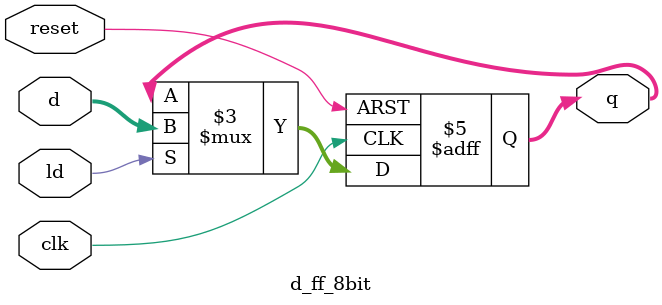
<source format=v>
`timescale 1ns / 1ps
module d_ff_8bit(clk, reset, d, ld, q);
    input clk, reset, ld;
    input [7:0] d;
    output reg [7:0] q;
    
    
    always @ (posedge clk or posedge reset) begin
        if (reset) q <= 8'b0; 
        else begin
            if(ld) q <= d;
            else   q <= q;
        end
    end
endmodule

</source>
